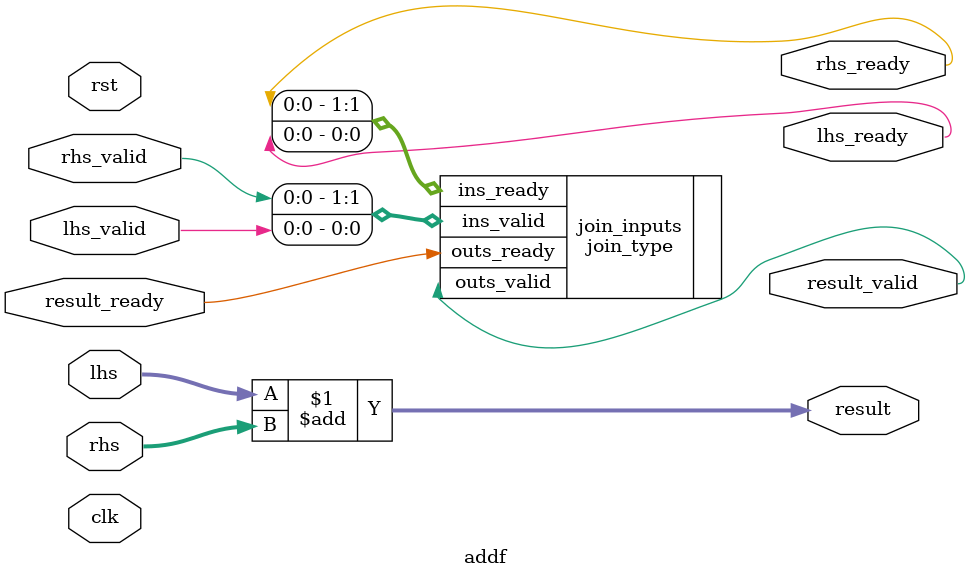
<source format=v>
module addf #(
  parameter DATA_WIDTH = 32
)(
  // inputs
  input  clk,
  input  rst,
  input  [DATA_WIDTH - 1 : 0] lhs,
  input  lhs_valid,
  input  [DATA_WIDTH - 1 : 0] rhs,
  input  rhs_valid,
  input  result_ready,
  // outputs
  output [DATA_WIDTH - 1 : 0] result,
  output result_valid,
  output lhs_ready,
  output rhs_ready
);

  // Instantiate the join node
  join_type #(
    .SIZE(2)
  ) join_inputs (
    .ins_valid  ({rhs_valid, lhs_valid}),
    .outs_ready (result_ready             ),
    .ins_ready  ({rhs_ready, lhs_ready}  ),
    .outs_valid (result_valid             )
  );

assign result = lhs + rhs;


endmodule
</source>
